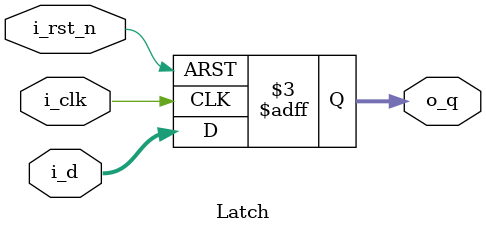
<source format=v>

`default_nettype none
`timescale 1ns/1ps

module Latch #(
    parameter WIDTH = 10
) (
   input wire i_clk, 
   input wire i_rst_n,
   input wire [WIDTH-1:0] i_d,
   output reg [WIDTH-1:0] o_q
);

always @(posedge i_clk or negedge i_rst_n) begin
    if (!i_rst_n)
        o_q <= {WIDTH{1'b0}};
    else
        o_q <= i_d;
end

endmodule
//---------------------------------------------------------

`default_nettype wire

</source>
